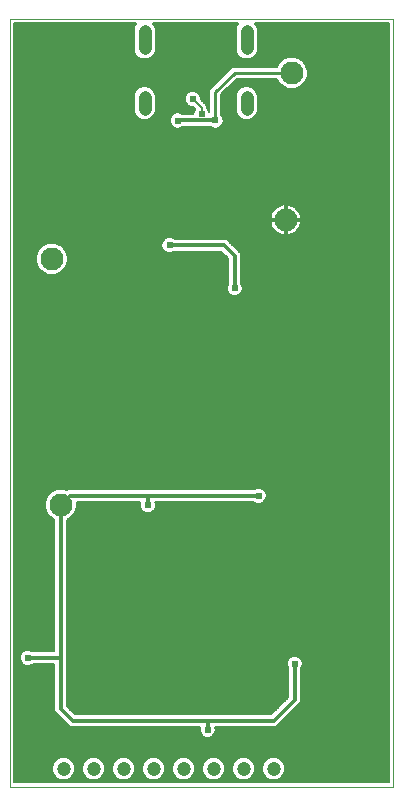
<source format=gbl>
G75*
%MOIN*%
%OFA0B0*%
%FSLAX25Y25*%
%IPPOS*%
%LPD*%
%AMOC8*
5,1,8,0,0,1.08239X$1,22.5*
%
%ADD10C,0.00000*%
%ADD11C,0.04331*%
%ADD12C,0.07677*%
%ADD13C,0.04724*%
%ADD14C,0.00600*%
%ADD15C,0.02400*%
%ADD16C,0.01000*%
%ADD17C,0.01200*%
D10*
X0001300Y0001500D02*
X0001300Y0257500D01*
X0129221Y0257500D01*
X0129221Y0001500D01*
X0001300Y0001500D01*
D11*
X0046292Y0227531D02*
X0046292Y0231469D01*
X0046292Y0231469D01*
X0046292Y0227531D01*
X0046292Y0227531D01*
X0046292Y0247649D02*
X0046292Y0253555D01*
X0046292Y0253555D01*
X0046292Y0247649D01*
X0046292Y0247649D01*
X0046292Y0251979D02*
X0046292Y0251979D01*
X0080308Y0253555D02*
X0080308Y0247649D01*
X0080308Y0253555D02*
X0080308Y0253555D01*
X0080308Y0247649D01*
X0080308Y0247649D01*
X0080308Y0251979D02*
X0080308Y0251979D01*
X0080308Y0231469D02*
X0080308Y0227531D01*
X0080308Y0231469D02*
X0080308Y0231469D01*
X0080308Y0227531D01*
X0080308Y0227531D01*
D12*
X0095300Y0239500D03*
X0093300Y0190500D03*
X0018300Y0095500D03*
X0015300Y0177500D03*
D13*
X0019300Y0007500D03*
X0029300Y0007500D03*
X0039300Y0007500D03*
X0049300Y0007500D03*
X0059300Y0007500D03*
X0069300Y0007500D03*
X0079300Y0007500D03*
X0089300Y0007500D03*
D14*
X0087913Y0003894D02*
X0080687Y0003894D01*
X0080068Y0003638D02*
X0081488Y0004226D01*
X0082574Y0005312D01*
X0083162Y0006732D01*
X0083162Y0008268D01*
X0082574Y0009688D01*
X0081488Y0010774D01*
X0080068Y0011362D01*
X0078532Y0011362D01*
X0077112Y0010774D01*
X0076026Y0009688D01*
X0075438Y0008268D01*
X0075438Y0006732D01*
X0076026Y0005312D01*
X0077112Y0004226D01*
X0078532Y0003638D01*
X0080068Y0003638D01*
X0081755Y0004493D02*
X0086845Y0004493D01*
X0087112Y0004226D02*
X0088532Y0003638D01*
X0090068Y0003638D01*
X0091488Y0004226D01*
X0092574Y0005312D01*
X0093162Y0006732D01*
X0093162Y0008268D01*
X0092574Y0009688D01*
X0091488Y0010774D01*
X0090068Y0011362D01*
X0088532Y0011362D01*
X0087112Y0010774D01*
X0086026Y0009688D01*
X0085438Y0008268D01*
X0085438Y0006732D01*
X0086026Y0005312D01*
X0087112Y0004226D01*
X0086247Y0005091D02*
X0082353Y0005091D01*
X0082731Y0005690D02*
X0085869Y0005690D01*
X0085622Y0006288D02*
X0082978Y0006288D01*
X0083162Y0006887D02*
X0085438Y0006887D01*
X0085438Y0007485D02*
X0083162Y0007485D01*
X0083162Y0008084D02*
X0085438Y0008084D01*
X0085609Y0008682D02*
X0082991Y0008682D01*
X0082743Y0009281D02*
X0085857Y0009281D01*
X0086217Y0009879D02*
X0082383Y0009879D01*
X0081784Y0010478D02*
X0086816Y0010478D01*
X0087841Y0011076D02*
X0080759Y0011076D01*
X0077841Y0011076D02*
X0070759Y0011076D01*
X0070068Y0011362D02*
X0071488Y0010774D01*
X0072574Y0009688D01*
X0073162Y0008268D01*
X0073162Y0006732D01*
X0072574Y0005312D01*
X0071488Y0004226D01*
X0070068Y0003638D01*
X0068532Y0003638D01*
X0067112Y0004226D01*
X0066026Y0005312D01*
X0065438Y0006732D01*
X0065438Y0008268D01*
X0066026Y0009688D01*
X0067112Y0010774D01*
X0068532Y0011362D01*
X0070068Y0011362D01*
X0071784Y0010478D02*
X0076816Y0010478D01*
X0076217Y0009879D02*
X0072383Y0009879D01*
X0072743Y0009281D02*
X0075857Y0009281D01*
X0075609Y0008682D02*
X0072991Y0008682D01*
X0073162Y0008084D02*
X0075438Y0008084D01*
X0075438Y0007485D02*
X0073162Y0007485D01*
X0073162Y0006887D02*
X0075438Y0006887D01*
X0075622Y0006288D02*
X0072978Y0006288D01*
X0072731Y0005690D02*
X0075869Y0005690D01*
X0076247Y0005091D02*
X0072353Y0005091D01*
X0071755Y0004493D02*
X0076845Y0004493D01*
X0077913Y0003894D02*
X0070687Y0003894D01*
X0067913Y0003894D02*
X0060687Y0003894D01*
X0060068Y0003638D02*
X0061488Y0004226D01*
X0062574Y0005312D01*
X0063162Y0006732D01*
X0063162Y0008268D01*
X0062574Y0009688D01*
X0061488Y0010774D01*
X0060068Y0011362D01*
X0058532Y0011362D01*
X0057112Y0010774D01*
X0056026Y0009688D01*
X0055438Y0008268D01*
X0055438Y0006732D01*
X0056026Y0005312D01*
X0057112Y0004226D01*
X0058532Y0003638D01*
X0060068Y0003638D01*
X0057913Y0003894D02*
X0050687Y0003894D01*
X0050068Y0003638D02*
X0051488Y0004226D01*
X0052574Y0005312D01*
X0053162Y0006732D01*
X0053162Y0008268D01*
X0052574Y0009688D01*
X0051488Y0010774D01*
X0050068Y0011362D01*
X0048532Y0011362D01*
X0047112Y0010774D01*
X0046026Y0009688D01*
X0045438Y0008268D01*
X0045438Y0006732D01*
X0046026Y0005312D01*
X0047112Y0004226D01*
X0048532Y0003638D01*
X0050068Y0003638D01*
X0051755Y0004493D02*
X0056845Y0004493D01*
X0056247Y0005091D02*
X0052353Y0005091D01*
X0052731Y0005690D02*
X0055869Y0005690D01*
X0055622Y0006288D02*
X0052978Y0006288D01*
X0053162Y0006887D02*
X0055438Y0006887D01*
X0055438Y0007485D02*
X0053162Y0007485D01*
X0053162Y0008084D02*
X0055438Y0008084D01*
X0055609Y0008682D02*
X0052991Y0008682D01*
X0052743Y0009281D02*
X0055857Y0009281D01*
X0056217Y0009879D02*
X0052383Y0009879D01*
X0051784Y0010478D02*
X0056816Y0010478D01*
X0057841Y0011076D02*
X0050759Y0011076D01*
X0047841Y0011076D02*
X0040759Y0011076D01*
X0040068Y0011362D02*
X0041488Y0010774D01*
X0042574Y0009688D01*
X0043162Y0008268D01*
X0043162Y0006732D01*
X0042574Y0005312D01*
X0041488Y0004226D01*
X0040068Y0003638D01*
X0038532Y0003638D01*
X0037112Y0004226D01*
X0036026Y0005312D01*
X0035438Y0006732D01*
X0035438Y0008268D01*
X0036026Y0009688D01*
X0037112Y0010774D01*
X0038532Y0011362D01*
X0040068Y0011362D01*
X0041784Y0010478D02*
X0046816Y0010478D01*
X0046217Y0009879D02*
X0042383Y0009879D01*
X0042743Y0009281D02*
X0045857Y0009281D01*
X0045609Y0008682D02*
X0042991Y0008682D01*
X0043162Y0008084D02*
X0045438Y0008084D01*
X0045438Y0007485D02*
X0043162Y0007485D01*
X0043162Y0006887D02*
X0045438Y0006887D01*
X0045622Y0006288D02*
X0042978Y0006288D01*
X0042731Y0005690D02*
X0045869Y0005690D01*
X0046247Y0005091D02*
X0042353Y0005091D01*
X0041755Y0004493D02*
X0046845Y0004493D01*
X0047913Y0003894D02*
X0040687Y0003894D01*
X0037913Y0003894D02*
X0030687Y0003894D01*
X0030068Y0003638D02*
X0031488Y0004226D01*
X0032574Y0005312D01*
X0033162Y0006732D01*
X0033162Y0008268D01*
X0032574Y0009688D01*
X0031488Y0010774D01*
X0030068Y0011362D01*
X0028532Y0011362D01*
X0027112Y0010774D01*
X0026026Y0009688D01*
X0025438Y0008268D01*
X0025438Y0006732D01*
X0026026Y0005312D01*
X0027112Y0004226D01*
X0028532Y0003638D01*
X0030068Y0003638D01*
X0031755Y0004493D02*
X0036845Y0004493D01*
X0036247Y0005091D02*
X0032353Y0005091D01*
X0032731Y0005690D02*
X0035869Y0005690D01*
X0035622Y0006288D02*
X0032978Y0006288D01*
X0033162Y0006887D02*
X0035438Y0006887D01*
X0035438Y0007485D02*
X0033162Y0007485D01*
X0033162Y0008084D02*
X0035438Y0008084D01*
X0035609Y0008682D02*
X0032991Y0008682D01*
X0032743Y0009281D02*
X0035857Y0009281D01*
X0036217Y0009879D02*
X0032383Y0009879D01*
X0031784Y0010478D02*
X0036816Y0010478D01*
X0037841Y0011076D02*
X0030759Y0011076D01*
X0027841Y0011076D02*
X0020759Y0011076D01*
X0020068Y0011362D02*
X0018532Y0011362D01*
X0017112Y0010774D01*
X0016026Y0009688D01*
X0015438Y0008268D01*
X0015438Y0006732D01*
X0016026Y0005312D01*
X0017112Y0004226D01*
X0018532Y0003638D01*
X0020068Y0003638D01*
X0021488Y0004226D01*
X0022574Y0005312D01*
X0023162Y0006732D01*
X0023162Y0008268D01*
X0022574Y0009688D01*
X0021488Y0010774D01*
X0020068Y0011362D01*
X0021784Y0010478D02*
X0026816Y0010478D01*
X0026217Y0009879D02*
X0022383Y0009879D01*
X0022743Y0009281D02*
X0025857Y0009281D01*
X0025609Y0008682D02*
X0022991Y0008682D01*
X0023162Y0008084D02*
X0025438Y0008084D01*
X0025438Y0007485D02*
X0023162Y0007485D01*
X0023162Y0006887D02*
X0025438Y0006887D01*
X0025622Y0006288D02*
X0022978Y0006288D01*
X0022731Y0005690D02*
X0025869Y0005690D01*
X0026247Y0005091D02*
X0022353Y0005091D01*
X0021755Y0004493D02*
X0026845Y0004493D01*
X0027913Y0003894D02*
X0020687Y0003894D01*
X0017913Y0003894D02*
X0002800Y0003894D01*
X0002800Y0003296D02*
X0127721Y0003296D01*
X0127721Y0003000D02*
X0002800Y0003000D01*
X0002800Y0256000D01*
X0043553Y0256000D01*
X0043185Y0255631D01*
X0042627Y0254284D01*
X0042627Y0246921D01*
X0043185Y0245573D01*
X0044216Y0244542D01*
X0045563Y0243984D01*
X0047021Y0243984D01*
X0048368Y0244542D01*
X0049399Y0245573D01*
X0049957Y0246921D01*
X0049957Y0254284D01*
X0049399Y0255631D01*
X0049031Y0256000D01*
X0077569Y0256000D01*
X0077201Y0255631D01*
X0076643Y0254284D01*
X0076643Y0246921D01*
X0077201Y0245573D01*
X0078232Y0244542D01*
X0079579Y0243984D01*
X0081037Y0243984D01*
X0082384Y0244542D01*
X0083415Y0245573D01*
X0083973Y0246921D01*
X0083973Y0254284D01*
X0083415Y0255631D01*
X0083047Y0256000D01*
X0127721Y0256000D01*
X0127721Y0003000D01*
X0127721Y0003894D02*
X0090687Y0003894D01*
X0091755Y0004493D02*
X0127721Y0004493D01*
X0127721Y0005091D02*
X0092353Y0005091D01*
X0092731Y0005690D02*
X0127721Y0005690D01*
X0127721Y0006288D02*
X0092978Y0006288D01*
X0093162Y0006887D02*
X0127721Y0006887D01*
X0127721Y0007485D02*
X0093162Y0007485D01*
X0093162Y0008084D02*
X0127721Y0008084D01*
X0127721Y0008682D02*
X0092991Y0008682D01*
X0092743Y0009281D02*
X0127721Y0009281D01*
X0127721Y0009879D02*
X0092383Y0009879D01*
X0091784Y0010478D02*
X0127721Y0010478D01*
X0127721Y0011076D02*
X0090759Y0011076D01*
X0090170Y0021400D02*
X0097170Y0028400D01*
X0098400Y0029630D01*
X0127721Y0029630D01*
X0127721Y0029032D02*
X0097801Y0029032D01*
X0097203Y0028433D02*
X0127721Y0028433D01*
X0127721Y0027834D02*
X0096604Y0027834D01*
X0097170Y0028400D02*
X0097170Y0028400D01*
X0096006Y0027236D02*
X0127721Y0027236D01*
X0127721Y0026637D02*
X0095407Y0026637D01*
X0094809Y0026039D02*
X0127721Y0026039D01*
X0127721Y0025440D02*
X0094210Y0025440D01*
X0093612Y0024842D02*
X0127721Y0024842D01*
X0127721Y0024243D02*
X0093013Y0024243D01*
X0092415Y0023645D02*
X0127721Y0023645D01*
X0127721Y0023046D02*
X0091816Y0023046D01*
X0091218Y0022448D02*
X0127721Y0022448D01*
X0127721Y0021849D02*
X0090619Y0021849D01*
X0090170Y0021400D02*
X0069850Y0021400D01*
X0070000Y0021037D01*
X0070000Y0019963D01*
X0069589Y0018971D01*
X0068829Y0018211D01*
X0067837Y0017800D01*
X0066763Y0017800D01*
X0065771Y0018211D01*
X0065011Y0018971D01*
X0064600Y0019963D01*
X0064600Y0021037D01*
X0064750Y0021400D01*
X0021430Y0021400D01*
X0020200Y0022630D01*
X0020200Y0022630D01*
X0017430Y0025400D01*
X0017430Y0025400D01*
X0016200Y0026630D01*
X0016200Y0042400D01*
X0009018Y0042400D01*
X0008829Y0042211D01*
X0007837Y0041800D01*
X0006763Y0041800D01*
X0005771Y0042211D01*
X0005011Y0042971D01*
X0004600Y0043963D01*
X0004600Y0045037D01*
X0005011Y0046029D01*
X0005771Y0046789D01*
X0006763Y0047200D01*
X0007837Y0047200D01*
X0008829Y0046789D01*
X0009018Y0046600D01*
X0016200Y0046600D01*
X0016200Y0090591D01*
X0015276Y0090974D01*
X0013774Y0092476D01*
X0012961Y0094438D01*
X0012961Y0096562D01*
X0013774Y0098524D01*
X0015276Y0100026D01*
X0017238Y0100839D01*
X0019362Y0100839D01*
X0020286Y0100456D01*
X0020430Y0100600D01*
X0082582Y0100600D01*
X0082771Y0100789D01*
X0083763Y0101200D01*
X0084837Y0101200D01*
X0085829Y0100789D01*
X0086589Y0100029D01*
X0087000Y0099037D01*
X0087000Y0097963D01*
X0086589Y0096971D01*
X0085829Y0096211D01*
X0084837Y0095800D01*
X0083763Y0095800D01*
X0082771Y0096211D01*
X0082582Y0096400D01*
X0049908Y0096400D01*
X0050100Y0095937D01*
X0050100Y0094863D01*
X0049689Y0093871D01*
X0048929Y0093111D01*
X0047937Y0092700D01*
X0046863Y0092700D01*
X0045871Y0093111D01*
X0045111Y0093871D01*
X0044700Y0094863D01*
X0044700Y0095937D01*
X0044892Y0096400D01*
X0023639Y0096400D01*
X0023639Y0094438D01*
X0022826Y0092476D01*
X0021324Y0090974D01*
X0020400Y0090591D01*
X0020400Y0028370D01*
X0023170Y0025600D01*
X0088430Y0025600D01*
X0094200Y0031370D01*
X0094200Y0040782D01*
X0094011Y0040971D01*
X0093600Y0041963D01*
X0093600Y0043037D01*
X0094011Y0044029D01*
X0094771Y0044789D01*
X0095763Y0045200D01*
X0096837Y0045200D01*
X0097829Y0044789D01*
X0098589Y0044029D01*
X0099000Y0043037D01*
X0099000Y0041963D01*
X0098589Y0040971D01*
X0098400Y0040782D01*
X0098400Y0029630D01*
X0098400Y0030229D02*
X0127721Y0030229D01*
X0127721Y0030827D02*
X0098400Y0030827D01*
X0098400Y0031426D02*
X0127721Y0031426D01*
X0127721Y0032024D02*
X0098400Y0032024D01*
X0098400Y0032623D02*
X0127721Y0032623D01*
X0127721Y0033221D02*
X0098400Y0033221D01*
X0098400Y0033820D02*
X0127721Y0033820D01*
X0127721Y0034418D02*
X0098400Y0034418D01*
X0098400Y0035017D02*
X0127721Y0035017D01*
X0127721Y0035615D02*
X0098400Y0035615D01*
X0098400Y0036214D02*
X0127721Y0036214D01*
X0127721Y0036812D02*
X0098400Y0036812D01*
X0098400Y0037411D02*
X0127721Y0037411D01*
X0127721Y0038009D02*
X0098400Y0038009D01*
X0098400Y0038608D02*
X0127721Y0038608D01*
X0127721Y0039206D02*
X0098400Y0039206D01*
X0098400Y0039805D02*
X0127721Y0039805D01*
X0127721Y0040403D02*
X0098400Y0040403D01*
X0098602Y0041002D02*
X0127721Y0041002D01*
X0127721Y0041600D02*
X0098850Y0041600D01*
X0099000Y0042199D02*
X0127721Y0042199D01*
X0127721Y0042797D02*
X0099000Y0042797D01*
X0098851Y0043396D02*
X0127721Y0043396D01*
X0127721Y0043994D02*
X0098603Y0043994D01*
X0098026Y0044593D02*
X0127721Y0044593D01*
X0127721Y0045191D02*
X0096858Y0045191D01*
X0095742Y0045191D02*
X0020400Y0045191D01*
X0020400Y0044593D02*
X0094574Y0044593D01*
X0093997Y0043994D02*
X0020400Y0043994D01*
X0020400Y0043396D02*
X0093749Y0043396D01*
X0093600Y0042797D02*
X0020400Y0042797D01*
X0020400Y0042199D02*
X0093600Y0042199D01*
X0093750Y0041600D02*
X0020400Y0041600D01*
X0020400Y0041002D02*
X0093998Y0041002D01*
X0094200Y0040403D02*
X0020400Y0040403D01*
X0020400Y0039805D02*
X0094200Y0039805D01*
X0094200Y0039206D02*
X0020400Y0039206D01*
X0020400Y0038608D02*
X0094200Y0038608D01*
X0094200Y0038009D02*
X0020400Y0038009D01*
X0020400Y0037411D02*
X0094200Y0037411D01*
X0094200Y0036812D02*
X0020400Y0036812D01*
X0020400Y0036214D02*
X0094200Y0036214D01*
X0094200Y0035615D02*
X0020400Y0035615D01*
X0020400Y0035017D02*
X0094200Y0035017D01*
X0094200Y0034418D02*
X0020400Y0034418D01*
X0020400Y0033820D02*
X0094200Y0033820D01*
X0094200Y0033221D02*
X0020400Y0033221D01*
X0020400Y0032623D02*
X0094200Y0032623D01*
X0094200Y0032024D02*
X0020400Y0032024D01*
X0020400Y0031426D02*
X0094200Y0031426D01*
X0093657Y0030827D02*
X0020400Y0030827D01*
X0020400Y0030229D02*
X0093059Y0030229D01*
X0092460Y0029630D02*
X0020400Y0029630D01*
X0020400Y0029032D02*
X0091862Y0029032D01*
X0091263Y0028433D02*
X0020400Y0028433D01*
X0020935Y0027834D02*
X0090665Y0027834D01*
X0090066Y0027236D02*
X0021534Y0027236D01*
X0022132Y0026637D02*
X0089468Y0026637D01*
X0088869Y0026039D02*
X0022731Y0026039D01*
X0020981Y0021849D02*
X0002800Y0021849D01*
X0002800Y0021251D02*
X0064689Y0021251D01*
X0064600Y0020652D02*
X0002800Y0020652D01*
X0002800Y0020054D02*
X0064600Y0020054D01*
X0064810Y0019455D02*
X0002800Y0019455D01*
X0002800Y0018857D02*
X0065125Y0018857D01*
X0065723Y0018258D02*
X0002800Y0018258D01*
X0002800Y0017660D02*
X0127721Y0017660D01*
X0127721Y0018258D02*
X0068877Y0018258D01*
X0069475Y0018857D02*
X0127721Y0018857D01*
X0127721Y0019455D02*
X0069790Y0019455D01*
X0070000Y0020054D02*
X0127721Y0020054D01*
X0127721Y0020652D02*
X0070000Y0020652D01*
X0069911Y0021251D02*
X0127721Y0021251D01*
X0127721Y0017061D02*
X0002800Y0017061D01*
X0002800Y0016463D02*
X0127721Y0016463D01*
X0127721Y0015864D02*
X0002800Y0015864D01*
X0002800Y0015266D02*
X0127721Y0015266D01*
X0127721Y0014667D02*
X0002800Y0014667D01*
X0002800Y0014069D02*
X0127721Y0014069D01*
X0127721Y0013470D02*
X0002800Y0013470D01*
X0002800Y0012872D02*
X0127721Y0012872D01*
X0127721Y0012273D02*
X0002800Y0012273D01*
X0002800Y0011675D02*
X0127721Y0011675D01*
X0127721Y0045790D02*
X0020400Y0045790D01*
X0020400Y0046388D02*
X0127721Y0046388D01*
X0127721Y0046987D02*
X0020400Y0046987D01*
X0020400Y0047585D02*
X0127721Y0047585D01*
X0127721Y0048184D02*
X0020400Y0048184D01*
X0020400Y0048782D02*
X0127721Y0048782D01*
X0127721Y0049381D02*
X0020400Y0049381D01*
X0020400Y0049979D02*
X0127721Y0049979D01*
X0127721Y0050578D02*
X0020400Y0050578D01*
X0020400Y0051176D02*
X0127721Y0051176D01*
X0127721Y0051775D02*
X0020400Y0051775D01*
X0020400Y0052373D02*
X0127721Y0052373D01*
X0127721Y0052972D02*
X0020400Y0052972D01*
X0020400Y0053570D02*
X0127721Y0053570D01*
X0127721Y0054169D02*
X0020400Y0054169D01*
X0020400Y0054768D02*
X0127721Y0054768D01*
X0127721Y0055366D02*
X0020400Y0055366D01*
X0020400Y0055965D02*
X0127721Y0055965D01*
X0127721Y0056563D02*
X0020400Y0056563D01*
X0020400Y0057162D02*
X0127721Y0057162D01*
X0127721Y0057760D02*
X0020400Y0057760D01*
X0020400Y0058359D02*
X0127721Y0058359D01*
X0127721Y0058957D02*
X0020400Y0058957D01*
X0020400Y0059556D02*
X0127721Y0059556D01*
X0127721Y0060154D02*
X0020400Y0060154D01*
X0020400Y0060753D02*
X0127721Y0060753D01*
X0127721Y0061351D02*
X0020400Y0061351D01*
X0020400Y0061950D02*
X0127721Y0061950D01*
X0127721Y0062548D02*
X0020400Y0062548D01*
X0020400Y0063147D02*
X0127721Y0063147D01*
X0127721Y0063745D02*
X0020400Y0063745D01*
X0020400Y0064344D02*
X0127721Y0064344D01*
X0127721Y0064942D02*
X0020400Y0064942D01*
X0020400Y0065541D02*
X0127721Y0065541D01*
X0127721Y0066139D02*
X0020400Y0066139D01*
X0020400Y0066738D02*
X0127721Y0066738D01*
X0127721Y0067336D02*
X0020400Y0067336D01*
X0020400Y0067935D02*
X0127721Y0067935D01*
X0127721Y0068533D02*
X0020400Y0068533D01*
X0020400Y0069132D02*
X0127721Y0069132D01*
X0127721Y0069730D02*
X0020400Y0069730D01*
X0020400Y0070329D02*
X0127721Y0070329D01*
X0127721Y0070927D02*
X0020400Y0070927D01*
X0020400Y0071526D02*
X0127721Y0071526D01*
X0127721Y0072124D02*
X0020400Y0072124D01*
X0020400Y0072723D02*
X0127721Y0072723D01*
X0127721Y0073321D02*
X0020400Y0073321D01*
X0020400Y0073920D02*
X0127721Y0073920D01*
X0127721Y0074518D02*
X0020400Y0074518D01*
X0020400Y0075117D02*
X0127721Y0075117D01*
X0127721Y0075715D02*
X0020400Y0075715D01*
X0020400Y0076314D02*
X0127721Y0076314D01*
X0127721Y0076912D02*
X0020400Y0076912D01*
X0020400Y0077511D02*
X0127721Y0077511D01*
X0127721Y0078109D02*
X0020400Y0078109D01*
X0020400Y0078708D02*
X0127721Y0078708D01*
X0127721Y0079306D02*
X0020400Y0079306D01*
X0020400Y0079905D02*
X0127721Y0079905D01*
X0127721Y0080503D02*
X0020400Y0080503D01*
X0020400Y0081102D02*
X0127721Y0081102D01*
X0127721Y0081701D02*
X0020400Y0081701D01*
X0020400Y0082299D02*
X0127721Y0082299D01*
X0127721Y0082898D02*
X0020400Y0082898D01*
X0020400Y0083496D02*
X0127721Y0083496D01*
X0127721Y0084095D02*
X0020400Y0084095D01*
X0020400Y0084693D02*
X0127721Y0084693D01*
X0127721Y0085292D02*
X0020400Y0085292D01*
X0020400Y0085890D02*
X0127721Y0085890D01*
X0127721Y0086489D02*
X0020400Y0086489D01*
X0020400Y0087087D02*
X0127721Y0087087D01*
X0127721Y0087686D02*
X0020400Y0087686D01*
X0020400Y0088284D02*
X0127721Y0088284D01*
X0127721Y0088883D02*
X0020400Y0088883D01*
X0020400Y0089481D02*
X0127721Y0089481D01*
X0127721Y0090080D02*
X0020400Y0090080D01*
X0020609Y0090678D02*
X0127721Y0090678D01*
X0127721Y0091277D02*
X0021627Y0091277D01*
X0022225Y0091875D02*
X0127721Y0091875D01*
X0127721Y0092474D02*
X0022824Y0092474D01*
X0023073Y0093072D02*
X0045964Y0093072D01*
X0045311Y0093671D02*
X0023321Y0093671D01*
X0023569Y0094269D02*
X0044946Y0094269D01*
X0044700Y0094868D02*
X0023639Y0094868D01*
X0023639Y0095466D02*
X0044700Y0095466D01*
X0044753Y0096065D02*
X0023639Y0096065D01*
X0015828Y0100254D02*
X0002800Y0100254D01*
X0002800Y0099656D02*
X0014906Y0099656D01*
X0014307Y0099057D02*
X0002800Y0099057D01*
X0002800Y0098459D02*
X0013747Y0098459D01*
X0013499Y0097860D02*
X0002800Y0097860D01*
X0002800Y0097262D02*
X0013251Y0097262D01*
X0013003Y0096663D02*
X0002800Y0096663D01*
X0002800Y0096065D02*
X0012961Y0096065D01*
X0012961Y0095466D02*
X0002800Y0095466D01*
X0002800Y0094868D02*
X0012961Y0094868D01*
X0013031Y0094269D02*
X0002800Y0094269D01*
X0002800Y0093671D02*
X0013279Y0093671D01*
X0013527Y0093072D02*
X0002800Y0093072D01*
X0002800Y0092474D02*
X0013776Y0092474D01*
X0014375Y0091875D02*
X0002800Y0091875D01*
X0002800Y0091277D02*
X0014973Y0091277D01*
X0015991Y0090678D02*
X0002800Y0090678D01*
X0002800Y0090080D02*
X0016200Y0090080D01*
X0016200Y0089481D02*
X0002800Y0089481D01*
X0002800Y0088883D02*
X0016200Y0088883D01*
X0016200Y0088284D02*
X0002800Y0088284D01*
X0002800Y0087686D02*
X0016200Y0087686D01*
X0016200Y0087087D02*
X0002800Y0087087D01*
X0002800Y0086489D02*
X0016200Y0086489D01*
X0016200Y0085890D02*
X0002800Y0085890D01*
X0002800Y0085292D02*
X0016200Y0085292D01*
X0016200Y0084693D02*
X0002800Y0084693D01*
X0002800Y0084095D02*
X0016200Y0084095D01*
X0016200Y0083496D02*
X0002800Y0083496D01*
X0002800Y0082898D02*
X0016200Y0082898D01*
X0016200Y0082299D02*
X0002800Y0082299D01*
X0002800Y0081701D02*
X0016200Y0081701D01*
X0016200Y0081102D02*
X0002800Y0081102D01*
X0002800Y0080503D02*
X0016200Y0080503D01*
X0016200Y0079905D02*
X0002800Y0079905D01*
X0002800Y0079306D02*
X0016200Y0079306D01*
X0016200Y0078708D02*
X0002800Y0078708D01*
X0002800Y0078109D02*
X0016200Y0078109D01*
X0016200Y0077511D02*
X0002800Y0077511D01*
X0002800Y0076912D02*
X0016200Y0076912D01*
X0016200Y0076314D02*
X0002800Y0076314D01*
X0002800Y0075715D02*
X0016200Y0075715D01*
X0016200Y0075117D02*
X0002800Y0075117D01*
X0002800Y0074518D02*
X0016200Y0074518D01*
X0016200Y0073920D02*
X0002800Y0073920D01*
X0002800Y0073321D02*
X0016200Y0073321D01*
X0016200Y0072723D02*
X0002800Y0072723D01*
X0002800Y0072124D02*
X0016200Y0072124D01*
X0016200Y0071526D02*
X0002800Y0071526D01*
X0002800Y0070927D02*
X0016200Y0070927D01*
X0016200Y0070329D02*
X0002800Y0070329D01*
X0002800Y0069730D02*
X0016200Y0069730D01*
X0016200Y0069132D02*
X0002800Y0069132D01*
X0002800Y0068533D02*
X0016200Y0068533D01*
X0016200Y0067935D02*
X0002800Y0067935D01*
X0002800Y0067336D02*
X0016200Y0067336D01*
X0016200Y0066738D02*
X0002800Y0066738D01*
X0002800Y0066139D02*
X0016200Y0066139D01*
X0016200Y0065541D02*
X0002800Y0065541D01*
X0002800Y0064942D02*
X0016200Y0064942D01*
X0016200Y0064344D02*
X0002800Y0064344D01*
X0002800Y0063745D02*
X0016200Y0063745D01*
X0016200Y0063147D02*
X0002800Y0063147D01*
X0002800Y0062548D02*
X0016200Y0062548D01*
X0016200Y0061950D02*
X0002800Y0061950D01*
X0002800Y0061351D02*
X0016200Y0061351D01*
X0016200Y0060753D02*
X0002800Y0060753D01*
X0002800Y0060154D02*
X0016200Y0060154D01*
X0016200Y0059556D02*
X0002800Y0059556D01*
X0002800Y0058957D02*
X0016200Y0058957D01*
X0016200Y0058359D02*
X0002800Y0058359D01*
X0002800Y0057760D02*
X0016200Y0057760D01*
X0016200Y0057162D02*
X0002800Y0057162D01*
X0002800Y0056563D02*
X0016200Y0056563D01*
X0016200Y0055965D02*
X0002800Y0055965D01*
X0002800Y0055366D02*
X0016200Y0055366D01*
X0016200Y0054768D02*
X0002800Y0054768D01*
X0002800Y0054169D02*
X0016200Y0054169D01*
X0016200Y0053570D02*
X0002800Y0053570D01*
X0002800Y0052972D02*
X0016200Y0052972D01*
X0016200Y0052373D02*
X0002800Y0052373D01*
X0002800Y0051775D02*
X0016200Y0051775D01*
X0016200Y0051176D02*
X0002800Y0051176D01*
X0002800Y0050578D02*
X0016200Y0050578D01*
X0016200Y0049979D02*
X0002800Y0049979D01*
X0002800Y0049381D02*
X0016200Y0049381D01*
X0016200Y0048782D02*
X0002800Y0048782D01*
X0002800Y0048184D02*
X0016200Y0048184D01*
X0016200Y0047585D02*
X0002800Y0047585D01*
X0002800Y0046987D02*
X0006248Y0046987D01*
X0005370Y0046388D02*
X0002800Y0046388D01*
X0002800Y0045790D02*
X0004912Y0045790D01*
X0004664Y0045191D02*
X0002800Y0045191D01*
X0002800Y0044593D02*
X0004600Y0044593D01*
X0004600Y0043994D02*
X0002800Y0043994D01*
X0002800Y0043396D02*
X0004835Y0043396D01*
X0005184Y0042797D02*
X0002800Y0042797D01*
X0002800Y0042199D02*
X0005800Y0042199D01*
X0008800Y0042199D02*
X0016200Y0042199D01*
X0016200Y0041600D02*
X0002800Y0041600D01*
X0002800Y0041002D02*
X0016200Y0041002D01*
X0016200Y0040403D02*
X0002800Y0040403D01*
X0002800Y0039805D02*
X0016200Y0039805D01*
X0016200Y0039206D02*
X0002800Y0039206D01*
X0002800Y0038608D02*
X0016200Y0038608D01*
X0016200Y0038009D02*
X0002800Y0038009D01*
X0002800Y0037411D02*
X0016200Y0037411D01*
X0016200Y0036812D02*
X0002800Y0036812D01*
X0002800Y0036214D02*
X0016200Y0036214D01*
X0016200Y0035615D02*
X0002800Y0035615D01*
X0002800Y0035017D02*
X0016200Y0035017D01*
X0016200Y0034418D02*
X0002800Y0034418D01*
X0002800Y0033820D02*
X0016200Y0033820D01*
X0016200Y0033221D02*
X0002800Y0033221D01*
X0002800Y0032623D02*
X0016200Y0032623D01*
X0016200Y0032024D02*
X0002800Y0032024D01*
X0002800Y0031426D02*
X0016200Y0031426D01*
X0016200Y0030827D02*
X0002800Y0030827D01*
X0002800Y0030229D02*
X0016200Y0030229D01*
X0016200Y0029630D02*
X0002800Y0029630D01*
X0002800Y0029032D02*
X0016200Y0029032D01*
X0016200Y0028433D02*
X0002800Y0028433D01*
X0002800Y0027834D02*
X0016200Y0027834D01*
X0016200Y0027236D02*
X0002800Y0027236D01*
X0002800Y0026637D02*
X0016200Y0026637D01*
X0016791Y0026039D02*
X0002800Y0026039D01*
X0002800Y0025440D02*
X0017390Y0025440D01*
X0017988Y0024842D02*
X0002800Y0024842D01*
X0002800Y0024243D02*
X0018587Y0024243D01*
X0019185Y0023645D02*
X0002800Y0023645D01*
X0002800Y0023046D02*
X0019784Y0023046D01*
X0020382Y0022448D02*
X0002800Y0022448D01*
X0002800Y0011076D02*
X0017841Y0011076D01*
X0016816Y0010478D02*
X0002800Y0010478D01*
X0002800Y0009879D02*
X0016217Y0009879D01*
X0015857Y0009281D02*
X0002800Y0009281D01*
X0002800Y0008682D02*
X0015609Y0008682D01*
X0015438Y0008084D02*
X0002800Y0008084D01*
X0002800Y0007485D02*
X0015438Y0007485D01*
X0015438Y0006887D02*
X0002800Y0006887D01*
X0002800Y0006288D02*
X0015622Y0006288D01*
X0015869Y0005690D02*
X0002800Y0005690D01*
X0002800Y0005091D02*
X0016247Y0005091D01*
X0016845Y0004493D02*
X0002800Y0004493D01*
X0008352Y0046987D02*
X0016200Y0046987D01*
X0002800Y0100853D02*
X0082925Y0100853D01*
X0085675Y0100853D02*
X0127721Y0100853D01*
X0127721Y0101451D02*
X0002800Y0101451D01*
X0002800Y0102050D02*
X0127721Y0102050D01*
X0127721Y0102648D02*
X0002800Y0102648D01*
X0002800Y0103247D02*
X0127721Y0103247D01*
X0127721Y0103845D02*
X0002800Y0103845D01*
X0002800Y0104444D02*
X0127721Y0104444D01*
X0127721Y0105042D02*
X0002800Y0105042D01*
X0002800Y0105641D02*
X0127721Y0105641D01*
X0127721Y0106239D02*
X0002800Y0106239D01*
X0002800Y0106838D02*
X0127721Y0106838D01*
X0127721Y0107437D02*
X0002800Y0107437D01*
X0002800Y0108035D02*
X0127721Y0108035D01*
X0127721Y0108634D02*
X0002800Y0108634D01*
X0002800Y0109232D02*
X0127721Y0109232D01*
X0127721Y0109831D02*
X0002800Y0109831D01*
X0002800Y0110429D02*
X0127721Y0110429D01*
X0127721Y0111028D02*
X0002800Y0111028D01*
X0002800Y0111626D02*
X0127721Y0111626D01*
X0127721Y0112225D02*
X0002800Y0112225D01*
X0002800Y0112823D02*
X0127721Y0112823D01*
X0127721Y0113422D02*
X0002800Y0113422D01*
X0002800Y0114020D02*
X0127721Y0114020D01*
X0127721Y0114619D02*
X0002800Y0114619D01*
X0002800Y0115217D02*
X0127721Y0115217D01*
X0127721Y0115816D02*
X0002800Y0115816D01*
X0002800Y0116414D02*
X0127721Y0116414D01*
X0127721Y0117013D02*
X0002800Y0117013D01*
X0002800Y0117611D02*
X0127721Y0117611D01*
X0127721Y0118210D02*
X0002800Y0118210D01*
X0002800Y0118808D02*
X0127721Y0118808D01*
X0127721Y0119407D02*
X0002800Y0119407D01*
X0002800Y0120005D02*
X0127721Y0120005D01*
X0127721Y0120604D02*
X0002800Y0120604D01*
X0002800Y0121202D02*
X0127721Y0121202D01*
X0127721Y0121801D02*
X0002800Y0121801D01*
X0002800Y0122399D02*
X0127721Y0122399D01*
X0127721Y0122998D02*
X0002800Y0122998D01*
X0002800Y0123596D02*
X0127721Y0123596D01*
X0127721Y0124195D02*
X0002800Y0124195D01*
X0002800Y0124793D02*
X0127721Y0124793D01*
X0127721Y0125392D02*
X0002800Y0125392D01*
X0002800Y0125990D02*
X0127721Y0125990D01*
X0127721Y0126589D02*
X0002800Y0126589D01*
X0002800Y0127187D02*
X0127721Y0127187D01*
X0127721Y0127786D02*
X0002800Y0127786D01*
X0002800Y0128384D02*
X0127721Y0128384D01*
X0127721Y0128983D02*
X0002800Y0128983D01*
X0002800Y0129581D02*
X0127721Y0129581D01*
X0127721Y0130180D02*
X0002800Y0130180D01*
X0002800Y0130778D02*
X0127721Y0130778D01*
X0127721Y0131377D02*
X0002800Y0131377D01*
X0002800Y0131975D02*
X0127721Y0131975D01*
X0127721Y0132574D02*
X0002800Y0132574D01*
X0002800Y0133172D02*
X0127721Y0133172D01*
X0127721Y0133771D02*
X0002800Y0133771D01*
X0002800Y0134370D02*
X0127721Y0134370D01*
X0127721Y0134968D02*
X0002800Y0134968D01*
X0002800Y0135567D02*
X0127721Y0135567D01*
X0127721Y0136165D02*
X0002800Y0136165D01*
X0002800Y0136764D02*
X0127721Y0136764D01*
X0127721Y0137362D02*
X0002800Y0137362D01*
X0002800Y0137961D02*
X0127721Y0137961D01*
X0127721Y0138559D02*
X0002800Y0138559D01*
X0002800Y0139158D02*
X0127721Y0139158D01*
X0127721Y0139756D02*
X0002800Y0139756D01*
X0002800Y0140355D02*
X0127721Y0140355D01*
X0127721Y0140953D02*
X0002800Y0140953D01*
X0002800Y0141552D02*
X0127721Y0141552D01*
X0127721Y0142150D02*
X0002800Y0142150D01*
X0002800Y0142749D02*
X0127721Y0142749D01*
X0127721Y0143347D02*
X0002800Y0143347D01*
X0002800Y0143946D02*
X0127721Y0143946D01*
X0127721Y0144544D02*
X0002800Y0144544D01*
X0002800Y0145143D02*
X0127721Y0145143D01*
X0127721Y0145741D02*
X0002800Y0145741D01*
X0002800Y0146340D02*
X0127721Y0146340D01*
X0127721Y0146938D02*
X0002800Y0146938D01*
X0002800Y0147537D02*
X0127721Y0147537D01*
X0127721Y0148135D02*
X0002800Y0148135D01*
X0002800Y0148734D02*
X0127721Y0148734D01*
X0127721Y0149332D02*
X0002800Y0149332D01*
X0002800Y0149931D02*
X0127721Y0149931D01*
X0127721Y0150529D02*
X0002800Y0150529D01*
X0002800Y0151128D02*
X0127721Y0151128D01*
X0127721Y0151726D02*
X0002800Y0151726D01*
X0002800Y0152325D02*
X0127721Y0152325D01*
X0127721Y0152923D02*
X0002800Y0152923D01*
X0002800Y0153522D02*
X0127721Y0153522D01*
X0127721Y0154120D02*
X0002800Y0154120D01*
X0002800Y0154719D02*
X0127721Y0154719D01*
X0127721Y0155317D02*
X0002800Y0155317D01*
X0002800Y0155916D02*
X0127721Y0155916D01*
X0127721Y0156514D02*
X0002800Y0156514D01*
X0002800Y0157113D02*
X0127721Y0157113D01*
X0127721Y0157711D02*
X0002800Y0157711D01*
X0002800Y0158310D02*
X0127721Y0158310D01*
X0127721Y0158908D02*
X0002800Y0158908D01*
X0002800Y0159507D02*
X0127721Y0159507D01*
X0127721Y0160105D02*
X0002800Y0160105D01*
X0002800Y0160704D02*
X0127721Y0160704D01*
X0127721Y0161303D02*
X0002800Y0161303D01*
X0002800Y0161901D02*
X0127721Y0161901D01*
X0127721Y0162500D02*
X0002800Y0162500D01*
X0002800Y0163098D02*
X0127721Y0163098D01*
X0127721Y0163697D02*
X0002800Y0163697D01*
X0002800Y0164295D02*
X0127721Y0164295D01*
X0127721Y0164894D02*
X0002800Y0164894D01*
X0002800Y0165492D02*
X0074690Y0165492D01*
X0074771Y0165411D02*
X0075763Y0165000D01*
X0076837Y0165000D01*
X0077829Y0165411D01*
X0078589Y0166171D01*
X0079000Y0167163D01*
X0079000Y0168237D01*
X0078589Y0169229D01*
X0078400Y0169418D01*
X0078400Y0179370D01*
X0077170Y0180600D01*
X0073670Y0184100D01*
X0056318Y0184100D01*
X0056129Y0184289D01*
X0055137Y0184700D01*
X0054063Y0184700D01*
X0053071Y0184289D01*
X0052311Y0183529D01*
X0051900Y0182537D01*
X0051900Y0181463D01*
X0052311Y0180471D01*
X0053071Y0179711D01*
X0054063Y0179300D01*
X0055137Y0179300D01*
X0056129Y0179711D01*
X0056318Y0179900D01*
X0071930Y0179900D01*
X0074200Y0177630D01*
X0074200Y0169418D01*
X0074011Y0169229D01*
X0073600Y0168237D01*
X0073600Y0167163D01*
X0074011Y0166171D01*
X0074771Y0165411D01*
X0074091Y0166091D02*
X0002800Y0166091D01*
X0002800Y0166689D02*
X0073796Y0166689D01*
X0073600Y0167288D02*
X0002800Y0167288D01*
X0002800Y0167886D02*
X0073600Y0167886D01*
X0073703Y0168485D02*
X0002800Y0168485D01*
X0002800Y0169083D02*
X0073950Y0169083D01*
X0074200Y0169682D02*
X0002800Y0169682D01*
X0002800Y0170280D02*
X0074200Y0170280D01*
X0074200Y0170879D02*
X0002800Y0170879D01*
X0002800Y0171477D02*
X0074200Y0171477D01*
X0074200Y0172076D02*
X0002800Y0172076D01*
X0002800Y0172674D02*
X0013000Y0172674D01*
X0012276Y0172974D02*
X0014238Y0172161D01*
X0016362Y0172161D01*
X0018324Y0172974D01*
X0019826Y0174476D01*
X0020639Y0176438D01*
X0020639Y0178562D01*
X0019826Y0180524D01*
X0018324Y0182026D01*
X0016362Y0182839D01*
X0014238Y0182839D01*
X0012276Y0182026D01*
X0010774Y0180524D01*
X0009961Y0178562D01*
X0009961Y0176438D01*
X0010774Y0174476D01*
X0012276Y0172974D01*
X0011977Y0173273D02*
X0002800Y0173273D01*
X0002800Y0173871D02*
X0011379Y0173871D01*
X0010780Y0174470D02*
X0002800Y0174470D01*
X0002800Y0175068D02*
X0010529Y0175068D01*
X0010281Y0175667D02*
X0002800Y0175667D01*
X0002800Y0176265D02*
X0010033Y0176265D01*
X0009961Y0176864D02*
X0002800Y0176864D01*
X0002800Y0177462D02*
X0009961Y0177462D01*
X0009961Y0178061D02*
X0002800Y0178061D01*
X0002800Y0178659D02*
X0010002Y0178659D01*
X0010250Y0179258D02*
X0002800Y0179258D01*
X0002800Y0179856D02*
X0010498Y0179856D01*
X0010746Y0180455D02*
X0002800Y0180455D01*
X0002800Y0181053D02*
X0011304Y0181053D01*
X0011902Y0181652D02*
X0002800Y0181652D01*
X0002800Y0182250D02*
X0012818Y0182250D01*
X0017782Y0182250D02*
X0051900Y0182250D01*
X0051900Y0181652D02*
X0018698Y0181652D01*
X0019296Y0181053D02*
X0052070Y0181053D01*
X0052327Y0180455D02*
X0019854Y0180455D01*
X0020102Y0179856D02*
X0052925Y0179856D01*
X0052029Y0182849D02*
X0002800Y0182849D01*
X0002800Y0183447D02*
X0052277Y0183447D01*
X0052828Y0184046D02*
X0002800Y0184046D01*
X0002800Y0184644D02*
X0053929Y0184644D01*
X0055271Y0184644D02*
X0127721Y0184644D01*
X0127721Y0184046D02*
X0073724Y0184046D01*
X0074322Y0183447D02*
X0127721Y0183447D01*
X0127721Y0182849D02*
X0074921Y0182849D01*
X0075519Y0182250D02*
X0127721Y0182250D01*
X0127721Y0181652D02*
X0076118Y0181652D01*
X0076716Y0181053D02*
X0127721Y0181053D01*
X0127721Y0180455D02*
X0077315Y0180455D01*
X0077913Y0179856D02*
X0127721Y0179856D01*
X0127721Y0179258D02*
X0078400Y0179258D01*
X0078400Y0178659D02*
X0127721Y0178659D01*
X0127721Y0178061D02*
X0078400Y0178061D01*
X0078400Y0177462D02*
X0127721Y0177462D01*
X0127721Y0176864D02*
X0078400Y0176864D01*
X0078400Y0176265D02*
X0127721Y0176265D01*
X0127721Y0175667D02*
X0078400Y0175667D01*
X0078400Y0175068D02*
X0127721Y0175068D01*
X0127721Y0174470D02*
X0078400Y0174470D01*
X0078400Y0173871D02*
X0127721Y0173871D01*
X0127721Y0173273D02*
X0078400Y0173273D01*
X0078400Y0172674D02*
X0127721Y0172674D01*
X0127721Y0172076D02*
X0078400Y0172076D01*
X0078400Y0171477D02*
X0127721Y0171477D01*
X0127721Y0170879D02*
X0078400Y0170879D01*
X0078400Y0170280D02*
X0127721Y0170280D01*
X0127721Y0169682D02*
X0078400Y0169682D01*
X0078650Y0169083D02*
X0127721Y0169083D01*
X0127721Y0168485D02*
X0078897Y0168485D01*
X0079000Y0167886D02*
X0127721Y0167886D01*
X0127721Y0167288D02*
X0079000Y0167288D01*
X0078804Y0166689D02*
X0127721Y0166689D01*
X0127721Y0166091D02*
X0078509Y0166091D01*
X0077910Y0165492D02*
X0127721Y0165492D01*
X0127721Y0185243D02*
X0002800Y0185243D01*
X0002800Y0185841D02*
X0091124Y0185841D01*
X0091327Y0185738D02*
X0092097Y0185488D01*
X0092896Y0185361D01*
X0093000Y0185361D01*
X0093000Y0190200D01*
X0093600Y0190200D01*
X0093600Y0190800D01*
X0098439Y0190800D01*
X0098439Y0190904D01*
X0098312Y0191703D01*
X0098062Y0192473D01*
X0097695Y0193193D01*
X0097219Y0193848D01*
X0096648Y0194419D01*
X0095993Y0194895D01*
X0095273Y0195262D01*
X0094503Y0195512D01*
X0093704Y0195639D01*
X0093600Y0195639D01*
X0093600Y0190800D01*
X0093000Y0190800D01*
X0093000Y0195639D01*
X0092896Y0195639D01*
X0092097Y0195512D01*
X0091327Y0195262D01*
X0090607Y0194895D01*
X0089952Y0194419D01*
X0089381Y0193848D01*
X0088905Y0193193D01*
X0088538Y0192473D01*
X0088288Y0191703D01*
X0088161Y0190904D01*
X0088161Y0190800D01*
X0093000Y0190800D01*
X0093000Y0190200D01*
X0088161Y0190200D01*
X0088161Y0190096D01*
X0088288Y0189297D01*
X0088538Y0188527D01*
X0088905Y0187807D01*
X0089381Y0187152D01*
X0089952Y0186581D01*
X0090607Y0186105D01*
X0091327Y0185738D01*
X0090146Y0186440D02*
X0002800Y0186440D01*
X0002800Y0187039D02*
X0089494Y0187039D01*
X0089028Y0187637D02*
X0002800Y0187637D01*
X0002800Y0188236D02*
X0088687Y0188236D01*
X0088438Y0188834D02*
X0002800Y0188834D01*
X0002800Y0189433D02*
X0088266Y0189433D01*
X0088172Y0190031D02*
X0002800Y0190031D01*
X0002800Y0190630D02*
X0093000Y0190630D01*
X0093000Y0191228D02*
X0093600Y0191228D01*
X0093600Y0190630D02*
X0127721Y0190630D01*
X0127721Y0191228D02*
X0098387Y0191228D01*
X0098272Y0191827D02*
X0127721Y0191827D01*
X0127721Y0192425D02*
X0098078Y0192425D01*
X0097781Y0193024D02*
X0127721Y0193024D01*
X0127721Y0193622D02*
X0097383Y0193622D01*
X0096846Y0194221D02*
X0127721Y0194221D01*
X0127721Y0194819D02*
X0096097Y0194819D01*
X0094794Y0195418D02*
X0127721Y0195418D01*
X0127721Y0196016D02*
X0002800Y0196016D01*
X0002800Y0195418D02*
X0091806Y0195418D01*
X0093000Y0195418D02*
X0093600Y0195418D01*
X0093600Y0194819D02*
X0093000Y0194819D01*
X0093000Y0194221D02*
X0093600Y0194221D01*
X0093600Y0193622D02*
X0093000Y0193622D01*
X0093000Y0193024D02*
X0093600Y0193024D01*
X0093600Y0192425D02*
X0093000Y0192425D01*
X0093000Y0191827D02*
X0093600Y0191827D01*
X0093600Y0190200D02*
X0098439Y0190200D01*
X0098439Y0190096D01*
X0098312Y0189297D01*
X0098062Y0188527D01*
X0097695Y0187807D01*
X0097219Y0187152D01*
X0096648Y0186581D01*
X0095993Y0186105D01*
X0095273Y0185738D01*
X0094503Y0185488D01*
X0093704Y0185361D01*
X0093600Y0185361D01*
X0093600Y0190200D01*
X0093600Y0190031D02*
X0093000Y0190031D01*
X0093000Y0189433D02*
X0093600Y0189433D01*
X0093600Y0188834D02*
X0093000Y0188834D01*
X0093000Y0188236D02*
X0093600Y0188236D01*
X0093600Y0187637D02*
X0093000Y0187637D01*
X0093000Y0187039D02*
X0093600Y0187039D01*
X0093600Y0186440D02*
X0093000Y0186440D01*
X0093000Y0185841D02*
X0093600Y0185841D01*
X0095476Y0185841D02*
X0127721Y0185841D01*
X0127721Y0186440D02*
X0096454Y0186440D01*
X0097106Y0187039D02*
X0127721Y0187039D01*
X0127721Y0187637D02*
X0097572Y0187637D01*
X0097913Y0188236D02*
X0127721Y0188236D01*
X0127721Y0188834D02*
X0098162Y0188834D01*
X0098334Y0189433D02*
X0127721Y0189433D01*
X0127721Y0190031D02*
X0098428Y0190031D01*
X0090503Y0194819D02*
X0002800Y0194819D01*
X0002800Y0194221D02*
X0089754Y0194221D01*
X0089217Y0193622D02*
X0002800Y0193622D01*
X0002800Y0193024D02*
X0088819Y0193024D01*
X0088522Y0192425D02*
X0002800Y0192425D01*
X0002800Y0191827D02*
X0088328Y0191827D01*
X0088213Y0191228D02*
X0002800Y0191228D01*
X0002800Y0196615D02*
X0127721Y0196615D01*
X0127721Y0197213D02*
X0002800Y0197213D01*
X0002800Y0197812D02*
X0127721Y0197812D01*
X0127721Y0198410D02*
X0002800Y0198410D01*
X0002800Y0199009D02*
X0127721Y0199009D01*
X0127721Y0199607D02*
X0002800Y0199607D01*
X0002800Y0200206D02*
X0127721Y0200206D01*
X0127721Y0200804D02*
X0002800Y0200804D01*
X0002800Y0201403D02*
X0127721Y0201403D01*
X0127721Y0202001D02*
X0002800Y0202001D01*
X0002800Y0202600D02*
X0127721Y0202600D01*
X0127721Y0203198D02*
X0002800Y0203198D01*
X0002800Y0203797D02*
X0127721Y0203797D01*
X0127721Y0204395D02*
X0002800Y0204395D01*
X0002800Y0204994D02*
X0127721Y0204994D01*
X0127721Y0205592D02*
X0002800Y0205592D01*
X0002800Y0206191D02*
X0127721Y0206191D01*
X0127721Y0206789D02*
X0002800Y0206789D01*
X0002800Y0207388D02*
X0127721Y0207388D01*
X0127721Y0207986D02*
X0002800Y0207986D01*
X0002800Y0208585D02*
X0127721Y0208585D01*
X0127721Y0209183D02*
X0002800Y0209183D01*
X0002800Y0209782D02*
X0127721Y0209782D01*
X0127721Y0210380D02*
X0002800Y0210380D01*
X0002800Y0210979D02*
X0127721Y0210979D01*
X0127721Y0211577D02*
X0002800Y0211577D01*
X0002800Y0212176D02*
X0127721Y0212176D01*
X0127721Y0212774D02*
X0002800Y0212774D01*
X0002800Y0213373D02*
X0127721Y0213373D01*
X0127721Y0213972D02*
X0002800Y0213972D01*
X0002800Y0214570D02*
X0127721Y0214570D01*
X0127721Y0215169D02*
X0002800Y0215169D01*
X0002800Y0215767D02*
X0127721Y0215767D01*
X0127721Y0216366D02*
X0002800Y0216366D01*
X0002800Y0216964D02*
X0127721Y0216964D01*
X0127721Y0217563D02*
X0002800Y0217563D01*
X0002800Y0218161D02*
X0127721Y0218161D01*
X0127721Y0218760D02*
X0002800Y0218760D01*
X0002800Y0219358D02*
X0127721Y0219358D01*
X0127721Y0219957D02*
X0002800Y0219957D01*
X0002800Y0220555D02*
X0127721Y0220555D01*
X0127721Y0221154D02*
X0071049Y0221154D01*
X0071429Y0221311D02*
X0072189Y0222071D01*
X0072600Y0223063D01*
X0072600Y0224137D01*
X0072189Y0225129D01*
X0071900Y0225418D01*
X0071900Y0232272D01*
X0077128Y0237500D01*
X0090350Y0237500D01*
X0090774Y0236476D01*
X0092276Y0234974D01*
X0094238Y0234161D01*
X0096362Y0234161D01*
X0098324Y0234974D01*
X0099826Y0236476D01*
X0100639Y0238438D01*
X0100639Y0240562D01*
X0099826Y0242524D01*
X0098324Y0244026D01*
X0096362Y0244839D01*
X0094238Y0244839D01*
X0092276Y0244026D01*
X0090774Y0242524D01*
X0090350Y0241500D01*
X0075472Y0241500D01*
X0069072Y0235100D01*
X0067900Y0233928D01*
X0067900Y0226402D01*
X0067557Y0227229D01*
X0067068Y0227718D01*
X0067068Y0228593D01*
X0066014Y0229647D01*
X0065016Y0230646D01*
X0065016Y0231337D01*
X0064605Y0232329D01*
X0063845Y0233089D01*
X0062853Y0233500D01*
X0061779Y0233500D01*
X0060786Y0233089D01*
X0060027Y0232329D01*
X0059616Y0231337D01*
X0059616Y0230263D01*
X0060027Y0229271D01*
X0060786Y0228511D01*
X0061779Y0228100D01*
X0062470Y0228100D01*
X0063160Y0227410D01*
X0062980Y0227229D01*
X0062569Y0226237D01*
X0062569Y0225700D01*
X0059107Y0225700D01*
X0058924Y0225883D01*
X0057932Y0226294D01*
X0056857Y0226294D01*
X0055865Y0225883D01*
X0055106Y0225124D01*
X0054694Y0224132D01*
X0054694Y0223057D01*
X0055106Y0222065D01*
X0055865Y0221306D01*
X0056857Y0220894D01*
X0057932Y0220894D01*
X0058924Y0221306D01*
X0059118Y0221500D01*
X0068182Y0221500D01*
X0068371Y0221311D01*
X0069363Y0220900D01*
X0070437Y0220900D01*
X0071429Y0221311D01*
X0071871Y0221752D02*
X0127721Y0221752D01*
X0127721Y0222351D02*
X0072305Y0222351D01*
X0072553Y0222949D02*
X0127721Y0222949D01*
X0127721Y0223548D02*
X0072600Y0223548D01*
X0072596Y0224146D02*
X0078903Y0224146D01*
X0078232Y0224424D02*
X0079579Y0223866D01*
X0081037Y0223866D01*
X0082384Y0224424D01*
X0083415Y0225455D01*
X0083973Y0226802D01*
X0083973Y0232198D01*
X0083415Y0233545D01*
X0082384Y0234576D01*
X0081037Y0235134D01*
X0079579Y0235134D01*
X0078232Y0234576D01*
X0077201Y0233545D01*
X0076643Y0232198D01*
X0076643Y0226802D01*
X0077201Y0225455D01*
X0078232Y0224424D01*
X0077911Y0224745D02*
X0072348Y0224745D01*
X0071975Y0225343D02*
X0077313Y0225343D01*
X0076999Y0225942D02*
X0071900Y0225942D01*
X0071900Y0226540D02*
X0076751Y0226540D01*
X0076643Y0227139D02*
X0071900Y0227139D01*
X0071900Y0227737D02*
X0076643Y0227737D01*
X0076643Y0228336D02*
X0071900Y0228336D01*
X0071900Y0228934D02*
X0076643Y0228934D01*
X0076643Y0229533D02*
X0071900Y0229533D01*
X0071900Y0230131D02*
X0076643Y0230131D01*
X0076643Y0230730D02*
X0071900Y0230730D01*
X0071900Y0231328D02*
X0076643Y0231328D01*
X0076643Y0231927D02*
X0071900Y0231927D01*
X0072154Y0232525D02*
X0076778Y0232525D01*
X0077026Y0233124D02*
X0072752Y0233124D01*
X0073351Y0233722D02*
X0077378Y0233722D01*
X0077977Y0234321D02*
X0073949Y0234321D01*
X0074548Y0234919D02*
X0079061Y0234919D01*
X0081555Y0234919D02*
X0092408Y0234919D01*
X0091732Y0235518D02*
X0075146Y0235518D01*
X0075745Y0236116D02*
X0091134Y0236116D01*
X0090675Y0236715D02*
X0076343Y0236715D01*
X0076942Y0237313D02*
X0090427Y0237313D01*
X0090351Y0241503D02*
X0002800Y0241503D01*
X0002800Y0240905D02*
X0074876Y0240905D01*
X0074278Y0240306D02*
X0002800Y0240306D01*
X0002800Y0239708D02*
X0073679Y0239708D01*
X0073081Y0239109D02*
X0002800Y0239109D01*
X0002800Y0238510D02*
X0072482Y0238510D01*
X0071884Y0237912D02*
X0002800Y0237912D01*
X0002800Y0237313D02*
X0071285Y0237313D01*
X0070687Y0236715D02*
X0002800Y0236715D01*
X0002800Y0236116D02*
X0070088Y0236116D01*
X0069490Y0235518D02*
X0002800Y0235518D01*
X0002800Y0234919D02*
X0045045Y0234919D01*
X0045563Y0235134D02*
X0044216Y0234576D01*
X0043185Y0233545D01*
X0042627Y0232198D01*
X0042627Y0226802D01*
X0043185Y0225455D01*
X0044216Y0224424D01*
X0045563Y0223866D01*
X0047021Y0223866D01*
X0048368Y0224424D01*
X0049399Y0225455D01*
X0049957Y0226802D01*
X0049957Y0232198D01*
X0049399Y0233545D01*
X0048368Y0234576D01*
X0047021Y0235134D01*
X0045563Y0235134D01*
X0043961Y0234321D02*
X0002800Y0234321D01*
X0002800Y0233722D02*
X0043362Y0233722D01*
X0043010Y0233124D02*
X0002800Y0233124D01*
X0002800Y0232525D02*
X0042763Y0232525D01*
X0042627Y0231927D02*
X0002800Y0231927D01*
X0002800Y0231328D02*
X0042627Y0231328D01*
X0042627Y0230730D02*
X0002800Y0230730D01*
X0002800Y0230131D02*
X0042627Y0230131D01*
X0042627Y0229533D02*
X0002800Y0229533D01*
X0002800Y0228934D02*
X0042627Y0228934D01*
X0042627Y0228336D02*
X0002800Y0228336D01*
X0002800Y0227737D02*
X0042627Y0227737D01*
X0042627Y0227139D02*
X0002800Y0227139D01*
X0002800Y0226540D02*
X0042735Y0226540D01*
X0042983Y0225942D02*
X0002800Y0225942D01*
X0002800Y0225343D02*
X0043297Y0225343D01*
X0043895Y0224745D02*
X0002800Y0224745D01*
X0002800Y0224146D02*
X0044887Y0224146D01*
X0047697Y0224146D02*
X0054701Y0224146D01*
X0054694Y0223548D02*
X0002800Y0223548D01*
X0002800Y0222949D02*
X0054739Y0222949D01*
X0054987Y0222351D02*
X0002800Y0222351D01*
X0002800Y0221752D02*
X0055418Y0221752D01*
X0056232Y0221154D02*
X0002800Y0221154D01*
X0002800Y0242102D02*
X0090599Y0242102D01*
X0090950Y0242700D02*
X0002800Y0242700D01*
X0002800Y0243299D02*
X0091549Y0243299D01*
X0092147Y0243897D02*
X0002800Y0243897D01*
X0002800Y0244496D02*
X0044329Y0244496D01*
X0043664Y0245094D02*
X0002800Y0245094D01*
X0002800Y0245693D02*
X0043135Y0245693D01*
X0042887Y0246291D02*
X0002800Y0246291D01*
X0002800Y0246890D02*
X0042640Y0246890D01*
X0042627Y0247488D02*
X0002800Y0247488D01*
X0002800Y0248087D02*
X0042627Y0248087D01*
X0042627Y0248685D02*
X0002800Y0248685D01*
X0002800Y0249284D02*
X0042627Y0249284D01*
X0042627Y0249882D02*
X0002800Y0249882D01*
X0002800Y0250481D02*
X0042627Y0250481D01*
X0042627Y0251079D02*
X0002800Y0251079D01*
X0002800Y0251678D02*
X0042627Y0251678D01*
X0042627Y0252276D02*
X0002800Y0252276D01*
X0002800Y0252875D02*
X0042627Y0252875D01*
X0042627Y0253473D02*
X0002800Y0253473D01*
X0002800Y0254072D02*
X0042627Y0254072D01*
X0042787Y0254670D02*
X0002800Y0254670D01*
X0002800Y0255269D02*
X0043035Y0255269D01*
X0043421Y0255867D02*
X0002800Y0255867D01*
X0020350Y0179258D02*
X0072572Y0179258D01*
X0071974Y0179856D02*
X0056275Y0179856D01*
X0073171Y0178659D02*
X0020598Y0178659D01*
X0020639Y0178061D02*
X0073769Y0178061D01*
X0074200Y0177462D02*
X0020639Y0177462D01*
X0020639Y0176864D02*
X0074200Y0176864D01*
X0074200Y0176265D02*
X0020567Y0176265D01*
X0020319Y0175667D02*
X0074200Y0175667D01*
X0074200Y0175068D02*
X0020071Y0175068D01*
X0019820Y0174470D02*
X0074200Y0174470D01*
X0074200Y0173871D02*
X0019221Y0173871D01*
X0018623Y0173273D02*
X0074200Y0173273D01*
X0074200Y0172674D02*
X0017600Y0172674D01*
X0048689Y0224745D02*
X0054948Y0224745D01*
X0055325Y0225343D02*
X0049287Y0225343D01*
X0049601Y0225942D02*
X0056006Y0225942D01*
X0058557Y0221154D02*
X0068751Y0221154D01*
X0067900Y0226540D02*
X0067843Y0226540D01*
X0067900Y0227139D02*
X0067595Y0227139D01*
X0067900Y0227737D02*
X0067068Y0227737D01*
X0067068Y0228336D02*
X0067900Y0228336D01*
X0067900Y0228934D02*
X0066727Y0228934D01*
X0066129Y0229533D02*
X0067900Y0229533D01*
X0067900Y0230131D02*
X0065530Y0230131D01*
X0065016Y0230730D02*
X0067900Y0230730D01*
X0067900Y0231328D02*
X0065016Y0231328D01*
X0064771Y0231927D02*
X0067900Y0231927D01*
X0067900Y0232525D02*
X0064409Y0232525D01*
X0063761Y0233124D02*
X0067900Y0233124D01*
X0067900Y0233722D02*
X0049222Y0233722D01*
X0049574Y0233124D02*
X0060871Y0233124D01*
X0060223Y0232525D02*
X0049822Y0232525D01*
X0049957Y0231927D02*
X0059860Y0231927D01*
X0059616Y0231328D02*
X0049957Y0231328D01*
X0049957Y0230730D02*
X0059616Y0230730D01*
X0059670Y0230131D02*
X0049957Y0230131D01*
X0049957Y0229533D02*
X0059918Y0229533D01*
X0060363Y0228934D02*
X0049957Y0228934D01*
X0049957Y0228336D02*
X0061209Y0228336D01*
X0062316Y0230800D02*
X0065269Y0227847D01*
X0065269Y0225700D01*
X0062694Y0226540D02*
X0049849Y0226540D01*
X0049957Y0227139D02*
X0062942Y0227139D01*
X0062833Y0227737D02*
X0049957Y0227737D01*
X0048623Y0234321D02*
X0068292Y0234321D01*
X0068891Y0234919D02*
X0047539Y0234919D01*
X0048256Y0244496D02*
X0078344Y0244496D01*
X0077680Y0245094D02*
X0048920Y0245094D01*
X0049449Y0245693D02*
X0077151Y0245693D01*
X0076903Y0246291D02*
X0049697Y0246291D01*
X0049945Y0246890D02*
X0076655Y0246890D01*
X0076643Y0247488D02*
X0049957Y0247488D01*
X0049957Y0248087D02*
X0076643Y0248087D01*
X0076643Y0248685D02*
X0049957Y0248685D01*
X0049957Y0249284D02*
X0076643Y0249284D01*
X0076643Y0249882D02*
X0049957Y0249882D01*
X0049957Y0250481D02*
X0076643Y0250481D01*
X0076643Y0251079D02*
X0049957Y0251079D01*
X0049957Y0251678D02*
X0076643Y0251678D01*
X0076643Y0252276D02*
X0049957Y0252276D01*
X0049957Y0252875D02*
X0076643Y0252875D01*
X0076643Y0253473D02*
X0049957Y0253473D01*
X0049957Y0254072D02*
X0076643Y0254072D01*
X0076802Y0254670D02*
X0049798Y0254670D01*
X0049550Y0255269D02*
X0077050Y0255269D01*
X0077436Y0255867D02*
X0049164Y0255867D01*
X0058783Y0225942D02*
X0062569Y0225942D01*
X0081713Y0224146D02*
X0127721Y0224146D01*
X0127721Y0224745D02*
X0082705Y0224745D01*
X0083303Y0225343D02*
X0127721Y0225343D01*
X0127721Y0225942D02*
X0083617Y0225942D01*
X0083865Y0226540D02*
X0127721Y0226540D01*
X0127721Y0227139D02*
X0083973Y0227139D01*
X0083973Y0227737D02*
X0127721Y0227737D01*
X0127721Y0228336D02*
X0083973Y0228336D01*
X0083973Y0228934D02*
X0127721Y0228934D01*
X0127721Y0229533D02*
X0083973Y0229533D01*
X0083973Y0230131D02*
X0127721Y0230131D01*
X0127721Y0230730D02*
X0083973Y0230730D01*
X0083973Y0231328D02*
X0127721Y0231328D01*
X0127721Y0231927D02*
X0083973Y0231927D01*
X0083837Y0232525D02*
X0127721Y0232525D01*
X0127721Y0233124D02*
X0083590Y0233124D01*
X0083238Y0233722D02*
X0127721Y0233722D01*
X0127721Y0234321D02*
X0096747Y0234321D01*
X0098192Y0234919D02*
X0127721Y0234919D01*
X0127721Y0235518D02*
X0098868Y0235518D01*
X0099466Y0236116D02*
X0127721Y0236116D01*
X0127721Y0236715D02*
X0099925Y0236715D01*
X0100173Y0237313D02*
X0127721Y0237313D01*
X0127721Y0237912D02*
X0100421Y0237912D01*
X0100639Y0238510D02*
X0127721Y0238510D01*
X0127721Y0239109D02*
X0100639Y0239109D01*
X0100639Y0239708D02*
X0127721Y0239708D01*
X0127721Y0240306D02*
X0100639Y0240306D01*
X0100497Y0240905D02*
X0127721Y0240905D01*
X0127721Y0241503D02*
X0100249Y0241503D01*
X0100001Y0242102D02*
X0127721Y0242102D01*
X0127721Y0242700D02*
X0099650Y0242700D01*
X0099051Y0243299D02*
X0127721Y0243299D01*
X0127721Y0243897D02*
X0098453Y0243897D01*
X0097190Y0244496D02*
X0127721Y0244496D01*
X0127721Y0245094D02*
X0082936Y0245094D01*
X0083465Y0245693D02*
X0127721Y0245693D01*
X0127721Y0246291D02*
X0083713Y0246291D01*
X0083960Y0246890D02*
X0127721Y0246890D01*
X0127721Y0247488D02*
X0083973Y0247488D01*
X0083973Y0248087D02*
X0127721Y0248087D01*
X0127721Y0248685D02*
X0083973Y0248685D01*
X0083973Y0249284D02*
X0127721Y0249284D01*
X0127721Y0249882D02*
X0083973Y0249882D01*
X0083973Y0250481D02*
X0127721Y0250481D01*
X0127721Y0251079D02*
X0083973Y0251079D01*
X0083973Y0251678D02*
X0127721Y0251678D01*
X0127721Y0252276D02*
X0083973Y0252276D01*
X0083973Y0252875D02*
X0127721Y0252875D01*
X0127721Y0253473D02*
X0083973Y0253473D01*
X0083973Y0254072D02*
X0127721Y0254072D01*
X0127721Y0254670D02*
X0083813Y0254670D01*
X0083565Y0255269D02*
X0127721Y0255269D01*
X0127721Y0255867D02*
X0083179Y0255867D01*
X0082271Y0244496D02*
X0093410Y0244496D01*
X0093853Y0234321D02*
X0082639Y0234321D01*
X0086364Y0100254D02*
X0127721Y0100254D01*
X0127721Y0099656D02*
X0086744Y0099656D01*
X0086992Y0099057D02*
X0127721Y0099057D01*
X0127721Y0098459D02*
X0087000Y0098459D01*
X0086957Y0097860D02*
X0127721Y0097860D01*
X0127721Y0097262D02*
X0086710Y0097262D01*
X0086282Y0096663D02*
X0127721Y0096663D01*
X0127721Y0096065D02*
X0085476Y0096065D01*
X0083124Y0096065D02*
X0050047Y0096065D01*
X0050100Y0095466D02*
X0127721Y0095466D01*
X0127721Y0094868D02*
X0050100Y0094868D01*
X0049854Y0094269D02*
X0127721Y0094269D01*
X0127721Y0093671D02*
X0049489Y0093671D01*
X0048836Y0093072D02*
X0127721Y0093072D01*
X0067841Y0011076D02*
X0060759Y0011076D01*
X0061784Y0010478D02*
X0066816Y0010478D01*
X0066217Y0009879D02*
X0062383Y0009879D01*
X0062743Y0009281D02*
X0065857Y0009281D01*
X0065609Y0008682D02*
X0062991Y0008682D01*
X0063162Y0008084D02*
X0065438Y0008084D01*
X0065438Y0007485D02*
X0063162Y0007485D01*
X0063162Y0006887D02*
X0065438Y0006887D01*
X0065622Y0006288D02*
X0062978Y0006288D01*
X0062731Y0005690D02*
X0065869Y0005690D01*
X0066247Y0005091D02*
X0062353Y0005091D01*
X0061755Y0004493D02*
X0066845Y0004493D01*
D15*
X0067300Y0020500D03*
X0084300Y0049300D03*
X0096300Y0042500D03*
X0100300Y0059500D03*
X0112800Y0048900D03*
X0122300Y0072500D03*
X0097300Y0114500D03*
X0084300Y0098500D03*
X0054300Y0095500D03*
X0047400Y0095400D03*
X0057300Y0157500D03*
X0047300Y0160500D03*
X0054600Y0182000D03*
X0046300Y0182900D03*
X0040300Y0182900D03*
X0042300Y0206000D03*
X0051500Y0225100D03*
X0057394Y0223594D03*
X0062316Y0230800D03*
X0065269Y0225700D03*
X0069900Y0223600D03*
X0075111Y0225100D03*
X0072300Y0206000D03*
X0078300Y0206000D03*
X0084300Y0206000D03*
X0079300Y0175500D03*
X0076300Y0167700D03*
X0094300Y0163500D03*
X0116300Y0232500D03*
X0058600Y0198200D03*
X0054300Y0206000D03*
X0036300Y0254500D03*
X0022800Y0249600D03*
X0010300Y0168500D03*
X0010300Y0154500D03*
X0007300Y0054500D03*
X0007300Y0044500D03*
X0046300Y0018300D03*
D16*
X0055300Y0157500D02*
X0057300Y0157500D01*
X0046300Y0182900D02*
X0045300Y0182900D01*
X0040300Y0182900D02*
X0040300Y0183900D01*
X0042300Y0206000D02*
X0043200Y0206000D01*
X0053300Y0205500D02*
X0054300Y0206000D01*
X0051500Y0225100D02*
X0050700Y0225100D01*
X0037300Y0254500D02*
X0036300Y0254500D01*
X0069900Y0233100D02*
X0069900Y0223600D01*
X0074300Y0224500D02*
X0075111Y0224500D01*
X0075111Y0225100D01*
X0069900Y0233100D02*
X0076300Y0239500D01*
X0095300Y0239500D01*
X0084300Y0206000D02*
X0083800Y0205500D01*
X0083300Y0205500D01*
X0078300Y0205500D02*
X0077300Y0205500D01*
X0078300Y0205500D02*
X0078300Y0206000D01*
X0072300Y0206000D02*
X0072300Y0205500D01*
X0071300Y0205500D01*
X0079300Y0176500D02*
X0079300Y0175500D01*
X0116300Y0232500D02*
X0116300Y0234500D01*
D17*
X0072800Y0182000D02*
X0076300Y0178500D01*
X0076300Y0167700D01*
X0072800Y0182000D02*
X0054600Y0182000D01*
X0058600Y0198200D02*
X0058300Y0198500D01*
X0058300Y0199500D01*
X0057394Y0223594D02*
X0057400Y0223600D01*
X0069900Y0223600D01*
X0047300Y0160500D02*
X0047300Y0159500D01*
X0047400Y0098500D02*
X0021300Y0098500D01*
X0018300Y0095500D01*
X0018300Y0044500D01*
X0007300Y0044500D01*
X0018300Y0044500D02*
X0018300Y0027500D01*
X0022300Y0023500D01*
X0067300Y0023500D01*
X0067300Y0020500D01*
X0067300Y0023500D02*
X0089300Y0023500D01*
X0096300Y0030500D01*
X0096300Y0042500D01*
X0100300Y0059500D02*
X0100300Y0060500D01*
X0111700Y0048900D02*
X0111300Y0048500D01*
X0111700Y0048900D02*
X0112800Y0048900D01*
X0084300Y0098500D02*
X0047400Y0098500D01*
X0047400Y0095400D01*
X0010300Y0154500D02*
X0010300Y0155500D01*
M02*

</source>
